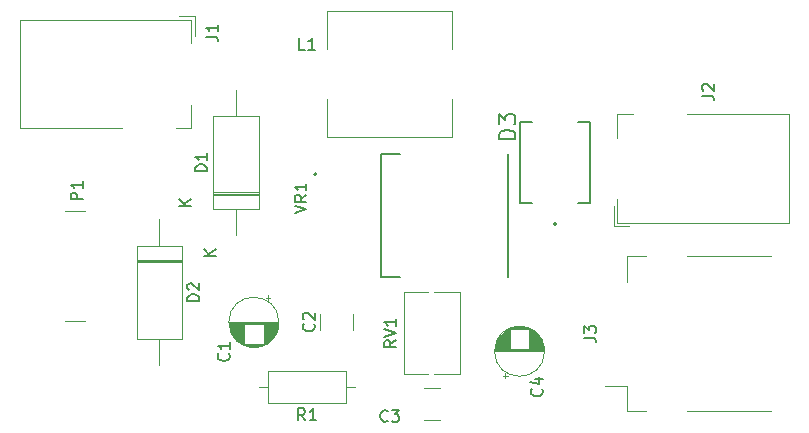
<source format=gbr>
%TF.GenerationSoftware,KiCad,Pcbnew,9.0.6*%
%TF.CreationDate,2026-01-01T16:42:10+02:00*%
%TF.ProjectId,RouterSupplySwitcherSource,526f7574-6572-4537-9570-706c79537769,rev?*%
%TF.SameCoordinates,Original*%
%TF.FileFunction,Legend,Top*%
%TF.FilePolarity,Positive*%
%FSLAX46Y46*%
G04 Gerber Fmt 4.6, Leading zero omitted, Abs format (unit mm)*
G04 Created by KiCad (PCBNEW 9.0.6) date 2026-01-01 16:42:10*
%MOMM*%
%LPD*%
G01*
G04 APERTURE LIST*
%ADD10C,0.150000*%
%ADD11C,0.120000*%
%ADD12C,0.127000*%
%ADD13C,0.200000*%
G04 APERTURE END LIST*
D10*
X120814580Y-101711666D02*
X120862200Y-101759285D01*
X120862200Y-101759285D02*
X120909819Y-101902142D01*
X120909819Y-101902142D02*
X120909819Y-101997380D01*
X120909819Y-101997380D02*
X120862200Y-102140237D01*
X120862200Y-102140237D02*
X120766961Y-102235475D01*
X120766961Y-102235475D02*
X120671723Y-102283094D01*
X120671723Y-102283094D02*
X120481247Y-102330713D01*
X120481247Y-102330713D02*
X120338390Y-102330713D01*
X120338390Y-102330713D02*
X120147914Y-102283094D01*
X120147914Y-102283094D02*
X120052676Y-102235475D01*
X120052676Y-102235475D02*
X119957438Y-102140237D01*
X119957438Y-102140237D02*
X119909819Y-101997380D01*
X119909819Y-101997380D02*
X119909819Y-101902142D01*
X119909819Y-101902142D02*
X119957438Y-101759285D01*
X119957438Y-101759285D02*
X120005057Y-101711666D01*
X120909819Y-100759285D02*
X120909819Y-101330713D01*
X120909819Y-101044999D02*
X119909819Y-101044999D01*
X119909819Y-101044999D02*
X120052676Y-101140237D01*
X120052676Y-101140237D02*
X120147914Y-101235475D01*
X120147914Y-101235475D02*
X120195533Y-101330713D01*
X126409819Y-89854523D02*
X127409819Y-89521190D01*
X127409819Y-89521190D02*
X126409819Y-89187857D01*
X127409819Y-88283095D02*
X126933628Y-88616428D01*
X127409819Y-88854523D02*
X126409819Y-88854523D01*
X126409819Y-88854523D02*
X126409819Y-88473571D01*
X126409819Y-88473571D02*
X126457438Y-88378333D01*
X126457438Y-88378333D02*
X126505057Y-88330714D01*
X126505057Y-88330714D02*
X126600295Y-88283095D01*
X126600295Y-88283095D02*
X126743152Y-88283095D01*
X126743152Y-88283095D02*
X126838390Y-88330714D01*
X126838390Y-88330714D02*
X126886009Y-88378333D01*
X126886009Y-88378333D02*
X126933628Y-88473571D01*
X126933628Y-88473571D02*
X126933628Y-88854523D01*
X127409819Y-87330714D02*
X127409819Y-87902142D01*
X127409819Y-87616428D02*
X126409819Y-87616428D01*
X126409819Y-87616428D02*
X126552676Y-87711666D01*
X126552676Y-87711666D02*
X126647914Y-87806904D01*
X126647914Y-87806904D02*
X126695533Y-87902142D01*
X147314580Y-104711666D02*
X147362200Y-104759285D01*
X147362200Y-104759285D02*
X147409819Y-104902142D01*
X147409819Y-104902142D02*
X147409819Y-104997380D01*
X147409819Y-104997380D02*
X147362200Y-105140237D01*
X147362200Y-105140237D02*
X147266961Y-105235475D01*
X147266961Y-105235475D02*
X147171723Y-105283094D01*
X147171723Y-105283094D02*
X146981247Y-105330713D01*
X146981247Y-105330713D02*
X146838390Y-105330713D01*
X146838390Y-105330713D02*
X146647914Y-105283094D01*
X146647914Y-105283094D02*
X146552676Y-105235475D01*
X146552676Y-105235475D02*
X146457438Y-105140237D01*
X146457438Y-105140237D02*
X146409819Y-104997380D01*
X146409819Y-104997380D02*
X146409819Y-104902142D01*
X146409819Y-104902142D02*
X146457438Y-104759285D01*
X146457438Y-104759285D02*
X146505057Y-104711666D01*
X146743152Y-103854523D02*
X147409819Y-103854523D01*
X146362200Y-104092618D02*
X147076485Y-104330713D01*
X147076485Y-104330713D02*
X147076485Y-103711666D01*
X145094866Y-83578332D02*
X143694866Y-83578332D01*
X143694866Y-83578332D02*
X143694866Y-83244999D01*
X143694866Y-83244999D02*
X143761533Y-83044999D01*
X143761533Y-83044999D02*
X143894866Y-82911666D01*
X143894866Y-82911666D02*
X144028200Y-82844999D01*
X144028200Y-82844999D02*
X144294866Y-82778332D01*
X144294866Y-82778332D02*
X144494866Y-82778332D01*
X144494866Y-82778332D02*
X144761533Y-82844999D01*
X144761533Y-82844999D02*
X144894866Y-82911666D01*
X144894866Y-82911666D02*
X145028200Y-83044999D01*
X145028200Y-83044999D02*
X145094866Y-83244999D01*
X145094866Y-83244999D02*
X145094866Y-83578332D01*
X143694866Y-82311666D02*
X143694866Y-81444999D01*
X143694866Y-81444999D02*
X144228200Y-81911666D01*
X144228200Y-81911666D02*
X144228200Y-81711666D01*
X144228200Y-81711666D02*
X144294866Y-81578332D01*
X144294866Y-81578332D02*
X144361533Y-81511666D01*
X144361533Y-81511666D02*
X144494866Y-81444999D01*
X144494866Y-81444999D02*
X144828200Y-81444999D01*
X144828200Y-81444999D02*
X144961533Y-81511666D01*
X144961533Y-81511666D02*
X145028200Y-81578332D01*
X145028200Y-81578332D02*
X145094866Y-81711666D01*
X145094866Y-81711666D02*
X145094866Y-82111666D01*
X145094866Y-82111666D02*
X145028200Y-82244999D01*
X145028200Y-82244999D02*
X144961533Y-82311666D01*
X127288333Y-75999819D02*
X126812143Y-75999819D01*
X126812143Y-75999819D02*
X126812143Y-74999819D01*
X128145476Y-75999819D02*
X127574048Y-75999819D01*
X127859762Y-75999819D02*
X127859762Y-74999819D01*
X127859762Y-74999819D02*
X127764524Y-75142676D01*
X127764524Y-75142676D02*
X127669286Y-75237914D01*
X127669286Y-75237914D02*
X127574048Y-75285533D01*
X134999819Y-100600238D02*
X134523628Y-100933571D01*
X134999819Y-101171666D02*
X133999819Y-101171666D01*
X133999819Y-101171666D02*
X133999819Y-100790714D01*
X133999819Y-100790714D02*
X134047438Y-100695476D01*
X134047438Y-100695476D02*
X134095057Y-100647857D01*
X134095057Y-100647857D02*
X134190295Y-100600238D01*
X134190295Y-100600238D02*
X134333152Y-100600238D01*
X134333152Y-100600238D02*
X134428390Y-100647857D01*
X134428390Y-100647857D02*
X134476009Y-100695476D01*
X134476009Y-100695476D02*
X134523628Y-100790714D01*
X134523628Y-100790714D02*
X134523628Y-101171666D01*
X133999819Y-100314523D02*
X134999819Y-99981190D01*
X134999819Y-99981190D02*
X133999819Y-99647857D01*
X134999819Y-98790714D02*
X134999819Y-99362142D01*
X134999819Y-99076428D02*
X133999819Y-99076428D01*
X133999819Y-99076428D02*
X134142676Y-99171666D01*
X134142676Y-99171666D02*
X134237914Y-99266904D01*
X134237914Y-99266904D02*
X134285533Y-99362142D01*
X134288333Y-107404580D02*
X134240714Y-107452200D01*
X134240714Y-107452200D02*
X134097857Y-107499819D01*
X134097857Y-107499819D02*
X134002619Y-107499819D01*
X134002619Y-107499819D02*
X133859762Y-107452200D01*
X133859762Y-107452200D02*
X133764524Y-107356961D01*
X133764524Y-107356961D02*
X133716905Y-107261723D01*
X133716905Y-107261723D02*
X133669286Y-107071247D01*
X133669286Y-107071247D02*
X133669286Y-106928390D01*
X133669286Y-106928390D02*
X133716905Y-106737914D01*
X133716905Y-106737914D02*
X133764524Y-106642676D01*
X133764524Y-106642676D02*
X133859762Y-106547438D01*
X133859762Y-106547438D02*
X134002619Y-106499819D01*
X134002619Y-106499819D02*
X134097857Y-106499819D01*
X134097857Y-106499819D02*
X134240714Y-106547438D01*
X134240714Y-106547438D02*
X134288333Y-106595057D01*
X134621667Y-106499819D02*
X135240714Y-106499819D01*
X135240714Y-106499819D02*
X134907381Y-106880771D01*
X134907381Y-106880771D02*
X135050238Y-106880771D01*
X135050238Y-106880771D02*
X135145476Y-106928390D01*
X135145476Y-106928390D02*
X135193095Y-106976009D01*
X135193095Y-106976009D02*
X135240714Y-107071247D01*
X135240714Y-107071247D02*
X135240714Y-107309342D01*
X135240714Y-107309342D02*
X135193095Y-107404580D01*
X135193095Y-107404580D02*
X135145476Y-107452200D01*
X135145476Y-107452200D02*
X135050238Y-107499819D01*
X135050238Y-107499819D02*
X134764524Y-107499819D01*
X134764524Y-107499819D02*
X134669286Y-107452200D01*
X134669286Y-107452200D02*
X134621667Y-107404580D01*
X118909819Y-74878333D02*
X119624104Y-74878333D01*
X119624104Y-74878333D02*
X119766961Y-74925952D01*
X119766961Y-74925952D02*
X119862200Y-75021190D01*
X119862200Y-75021190D02*
X119909819Y-75164047D01*
X119909819Y-75164047D02*
X119909819Y-75259285D01*
X119909819Y-73878333D02*
X119909819Y-74449761D01*
X119909819Y-74164047D02*
X118909819Y-74164047D01*
X118909819Y-74164047D02*
X119052676Y-74259285D01*
X119052676Y-74259285D02*
X119147914Y-74354523D01*
X119147914Y-74354523D02*
X119195533Y-74449761D01*
X128014580Y-99211666D02*
X128062200Y-99259285D01*
X128062200Y-99259285D02*
X128109819Y-99402142D01*
X128109819Y-99402142D02*
X128109819Y-99497380D01*
X128109819Y-99497380D02*
X128062200Y-99640237D01*
X128062200Y-99640237D02*
X127966961Y-99735475D01*
X127966961Y-99735475D02*
X127871723Y-99783094D01*
X127871723Y-99783094D02*
X127681247Y-99830713D01*
X127681247Y-99830713D02*
X127538390Y-99830713D01*
X127538390Y-99830713D02*
X127347914Y-99783094D01*
X127347914Y-99783094D02*
X127252676Y-99735475D01*
X127252676Y-99735475D02*
X127157438Y-99640237D01*
X127157438Y-99640237D02*
X127109819Y-99497380D01*
X127109819Y-99497380D02*
X127109819Y-99402142D01*
X127109819Y-99402142D02*
X127157438Y-99259285D01*
X127157438Y-99259285D02*
X127205057Y-99211666D01*
X127205057Y-98830713D02*
X127157438Y-98783094D01*
X127157438Y-98783094D02*
X127109819Y-98687856D01*
X127109819Y-98687856D02*
X127109819Y-98449761D01*
X127109819Y-98449761D02*
X127157438Y-98354523D01*
X127157438Y-98354523D02*
X127205057Y-98306904D01*
X127205057Y-98306904D02*
X127300295Y-98259285D01*
X127300295Y-98259285D02*
X127395533Y-98259285D01*
X127395533Y-98259285D02*
X127538390Y-98306904D01*
X127538390Y-98306904D02*
X128109819Y-98878332D01*
X128109819Y-98878332D02*
X128109819Y-98259285D01*
X150909819Y-100378333D02*
X151624104Y-100378333D01*
X151624104Y-100378333D02*
X151766961Y-100425952D01*
X151766961Y-100425952D02*
X151862200Y-100521190D01*
X151862200Y-100521190D02*
X151909819Y-100664047D01*
X151909819Y-100664047D02*
X151909819Y-100759285D01*
X150909819Y-99997380D02*
X150909819Y-99378333D01*
X150909819Y-99378333D02*
X151290771Y-99711666D01*
X151290771Y-99711666D02*
X151290771Y-99568809D01*
X151290771Y-99568809D02*
X151338390Y-99473571D01*
X151338390Y-99473571D02*
X151386009Y-99425952D01*
X151386009Y-99425952D02*
X151481247Y-99378333D01*
X151481247Y-99378333D02*
X151719342Y-99378333D01*
X151719342Y-99378333D02*
X151814580Y-99425952D01*
X151814580Y-99425952D02*
X151862200Y-99473571D01*
X151862200Y-99473571D02*
X151909819Y-99568809D01*
X151909819Y-99568809D02*
X151909819Y-99854523D01*
X151909819Y-99854523D02*
X151862200Y-99949761D01*
X151862200Y-99949761D02*
X151814580Y-99997380D01*
X127288333Y-107369819D02*
X126955000Y-106893628D01*
X126716905Y-107369819D02*
X126716905Y-106369819D01*
X126716905Y-106369819D02*
X127097857Y-106369819D01*
X127097857Y-106369819D02*
X127193095Y-106417438D01*
X127193095Y-106417438D02*
X127240714Y-106465057D01*
X127240714Y-106465057D02*
X127288333Y-106560295D01*
X127288333Y-106560295D02*
X127288333Y-106703152D01*
X127288333Y-106703152D02*
X127240714Y-106798390D01*
X127240714Y-106798390D02*
X127193095Y-106846009D01*
X127193095Y-106846009D02*
X127097857Y-106893628D01*
X127097857Y-106893628D02*
X126716905Y-106893628D01*
X128240714Y-107369819D02*
X127669286Y-107369819D01*
X127955000Y-107369819D02*
X127955000Y-106369819D01*
X127955000Y-106369819D02*
X127859762Y-106512676D01*
X127859762Y-106512676D02*
X127764524Y-106607914D01*
X127764524Y-106607914D02*
X127669286Y-106655533D01*
X118329819Y-97283094D02*
X117329819Y-97283094D01*
X117329819Y-97283094D02*
X117329819Y-97044999D01*
X117329819Y-97044999D02*
X117377438Y-96902142D01*
X117377438Y-96902142D02*
X117472676Y-96806904D01*
X117472676Y-96806904D02*
X117567914Y-96759285D01*
X117567914Y-96759285D02*
X117758390Y-96711666D01*
X117758390Y-96711666D02*
X117901247Y-96711666D01*
X117901247Y-96711666D02*
X118091723Y-96759285D01*
X118091723Y-96759285D02*
X118186961Y-96806904D01*
X118186961Y-96806904D02*
X118282200Y-96902142D01*
X118282200Y-96902142D02*
X118329819Y-97044999D01*
X118329819Y-97044999D02*
X118329819Y-97283094D01*
X117425057Y-96330713D02*
X117377438Y-96283094D01*
X117377438Y-96283094D02*
X117329819Y-96187856D01*
X117329819Y-96187856D02*
X117329819Y-95949761D01*
X117329819Y-95949761D02*
X117377438Y-95854523D01*
X117377438Y-95854523D02*
X117425057Y-95806904D01*
X117425057Y-95806904D02*
X117520295Y-95759285D01*
X117520295Y-95759285D02*
X117615533Y-95759285D01*
X117615533Y-95759285D02*
X117758390Y-95806904D01*
X117758390Y-95806904D02*
X118329819Y-96378332D01*
X118329819Y-96378332D02*
X118329819Y-95759285D01*
X117609819Y-89186904D02*
X116609819Y-89186904D01*
X117609819Y-88615476D02*
X117038390Y-89044047D01*
X116609819Y-88615476D02*
X117181247Y-89186904D01*
X108454819Y-88668094D02*
X107454819Y-88668094D01*
X107454819Y-88668094D02*
X107454819Y-88287142D01*
X107454819Y-88287142D02*
X107502438Y-88191904D01*
X107502438Y-88191904D02*
X107550057Y-88144285D01*
X107550057Y-88144285D02*
X107645295Y-88096666D01*
X107645295Y-88096666D02*
X107788152Y-88096666D01*
X107788152Y-88096666D02*
X107883390Y-88144285D01*
X107883390Y-88144285D02*
X107931009Y-88191904D01*
X107931009Y-88191904D02*
X107978628Y-88287142D01*
X107978628Y-88287142D02*
X107978628Y-88668094D01*
X108454819Y-87144285D02*
X108454819Y-87715713D01*
X108454819Y-87429999D02*
X107454819Y-87429999D01*
X107454819Y-87429999D02*
X107597676Y-87525237D01*
X107597676Y-87525237D02*
X107692914Y-87620475D01*
X107692914Y-87620475D02*
X107740533Y-87715713D01*
X118989819Y-86283094D02*
X117989819Y-86283094D01*
X117989819Y-86283094D02*
X117989819Y-86044999D01*
X117989819Y-86044999D02*
X118037438Y-85902142D01*
X118037438Y-85902142D02*
X118132676Y-85806904D01*
X118132676Y-85806904D02*
X118227914Y-85759285D01*
X118227914Y-85759285D02*
X118418390Y-85711666D01*
X118418390Y-85711666D02*
X118561247Y-85711666D01*
X118561247Y-85711666D02*
X118751723Y-85759285D01*
X118751723Y-85759285D02*
X118846961Y-85806904D01*
X118846961Y-85806904D02*
X118942200Y-85902142D01*
X118942200Y-85902142D02*
X118989819Y-86044999D01*
X118989819Y-86044999D02*
X118989819Y-86283094D01*
X118989819Y-84759285D02*
X118989819Y-85330713D01*
X118989819Y-85044999D02*
X117989819Y-85044999D01*
X117989819Y-85044999D02*
X118132676Y-85140237D01*
X118132676Y-85140237D02*
X118227914Y-85235475D01*
X118227914Y-85235475D02*
X118275533Y-85330713D01*
X119709819Y-93426904D02*
X118709819Y-93426904D01*
X119709819Y-92855476D02*
X119138390Y-93284047D01*
X118709819Y-92855476D02*
X119281247Y-93426904D01*
X160909819Y-79878333D02*
X161624104Y-79878333D01*
X161624104Y-79878333D02*
X161766961Y-79925952D01*
X161766961Y-79925952D02*
X161862200Y-80021190D01*
X161862200Y-80021190D02*
X161909819Y-80164047D01*
X161909819Y-80164047D02*
X161909819Y-80259285D01*
X161005057Y-79449761D02*
X160957438Y-79402142D01*
X160957438Y-79402142D02*
X160909819Y-79306904D01*
X160909819Y-79306904D02*
X160909819Y-79068809D01*
X160909819Y-79068809D02*
X160957438Y-78973571D01*
X160957438Y-78973571D02*
X161005057Y-78925952D01*
X161005057Y-78925952D02*
X161100295Y-78878333D01*
X161100295Y-78878333D02*
X161195533Y-78878333D01*
X161195533Y-78878333D02*
X161338390Y-78925952D01*
X161338390Y-78925952D02*
X161909819Y-79497380D01*
X161909819Y-79497380D02*
X161909819Y-78878333D01*
D11*
%TO.C,C1*%
X122115000Y-99272401D02*
X120884000Y-99272401D01*
X122115000Y-99312401D02*
X120889000Y-99312401D01*
X122115000Y-99352401D02*
X120894000Y-99352401D01*
X122115000Y-99392401D02*
X120899000Y-99392401D01*
X122115000Y-99432401D02*
X120906000Y-99432401D01*
X122115000Y-99472401D02*
X120913000Y-99472401D01*
X122115000Y-99512401D02*
X120921000Y-99512401D01*
X122115000Y-99552401D02*
X120930000Y-99552401D01*
X122115000Y-99592401D02*
X120940000Y-99592401D01*
X122115000Y-99632401D02*
X120950000Y-99632401D01*
X122115000Y-99672401D02*
X120962000Y-99672401D01*
X122115000Y-99712401D02*
X120974000Y-99712401D01*
X122115000Y-99752401D02*
X120987000Y-99752401D01*
X122115000Y-99792401D02*
X121001000Y-99792401D01*
X122115000Y-99832401D02*
X121016000Y-99832401D01*
X122115000Y-99872401D02*
X121032000Y-99872401D01*
X122115000Y-99912401D02*
X121049000Y-99912401D01*
X122115000Y-99952401D02*
X121066000Y-99952401D01*
X122115000Y-99992401D02*
X121085000Y-99992401D01*
X122115000Y-100032401D02*
X121105000Y-100032401D01*
X122115000Y-100072401D02*
X121126000Y-100072401D01*
X122115000Y-100112401D02*
X121148000Y-100112401D01*
X122115000Y-100152401D02*
X121171000Y-100152401D01*
X122115000Y-100192401D02*
X121195000Y-100192401D01*
X122115000Y-100232401D02*
X121221000Y-100232401D01*
X122115000Y-100272401D02*
X121247000Y-100272401D01*
X122115000Y-100312401D02*
X121275000Y-100312401D01*
X122115000Y-100352401D02*
X121305000Y-100352401D01*
X122115000Y-100392401D02*
X121336000Y-100392401D01*
X122115000Y-100432401D02*
X121369000Y-100432401D01*
X122115000Y-100472401D02*
X121403000Y-100472401D01*
X122115000Y-100512401D02*
X121439000Y-100512401D01*
X122115000Y-100552401D02*
X121477000Y-100552401D01*
X122115000Y-100592401D02*
X121517000Y-100592401D01*
X122115000Y-100632401D02*
X121559000Y-100632401D01*
X122115000Y-100672401D02*
X121604000Y-100672401D01*
X122115000Y-100712401D02*
X121652000Y-100712401D01*
X122115000Y-100752401D02*
X121702000Y-100752401D01*
X122115000Y-100792401D02*
X121756000Y-100792401D01*
X122115000Y-100832401D02*
X121813000Y-100832401D01*
X122115000Y-100872401D02*
X121875000Y-100872401D01*
X123325000Y-101152401D02*
X122585000Y-101152401D01*
X123492000Y-101112401D02*
X122418000Y-101112401D01*
X123618000Y-101072401D02*
X122292000Y-101072401D01*
X123723000Y-101032401D02*
X122187000Y-101032401D01*
X123814000Y-100992401D02*
X122096000Y-100992401D01*
X123895000Y-100952401D02*
X122015000Y-100952401D01*
X123968000Y-100912401D02*
X121942000Y-100912401D01*
X124035000Y-100872401D02*
X123795000Y-100872401D01*
X124097000Y-100832401D02*
X123795000Y-100832401D01*
X124150000Y-96802600D02*
X124150000Y-97202600D01*
X124154000Y-100792401D02*
X123795000Y-100792401D01*
X124208000Y-100752401D02*
X123795000Y-100752401D01*
X124258000Y-100712401D02*
X123795000Y-100712401D01*
X124306000Y-100672401D02*
X123795000Y-100672401D01*
X124350000Y-97002600D02*
X123950000Y-97002600D01*
X124351000Y-100632401D02*
X123795000Y-100632401D01*
X124393000Y-100592401D02*
X123795000Y-100592401D01*
X124433000Y-100552401D02*
X123795000Y-100552401D01*
X124471000Y-100512401D02*
X123795000Y-100512401D01*
X124507000Y-100472401D02*
X123795000Y-100472401D01*
X124541000Y-100432401D02*
X123795000Y-100432401D01*
X124574000Y-100392401D02*
X123795000Y-100392401D01*
X124605000Y-100352401D02*
X123795000Y-100352401D01*
X124635000Y-100312401D02*
X123795000Y-100312401D01*
X124663000Y-100272401D02*
X123795000Y-100272401D01*
X124689000Y-100232401D02*
X123795000Y-100232401D01*
X124715000Y-100192401D02*
X123795000Y-100192401D01*
X124739000Y-100152401D02*
X123795000Y-100152401D01*
X124762000Y-100112401D02*
X123795000Y-100112401D01*
X124784000Y-100072401D02*
X123795000Y-100072401D01*
X124805000Y-100032401D02*
X123795000Y-100032401D01*
X124825000Y-99992401D02*
X123795000Y-99992401D01*
X124844000Y-99952401D02*
X123795000Y-99952401D01*
X124861000Y-99912401D02*
X123795000Y-99912401D01*
X124878000Y-99872401D02*
X123795000Y-99872401D01*
X124894000Y-99832401D02*
X123795000Y-99832401D01*
X124909000Y-99792401D02*
X123795000Y-99792401D01*
X124923000Y-99752401D02*
X123795000Y-99752401D01*
X124936000Y-99712401D02*
X123795000Y-99712401D01*
X124948000Y-99672401D02*
X123795000Y-99672401D01*
X124960000Y-99632401D02*
X123795000Y-99632401D01*
X124970000Y-99592401D02*
X123795000Y-99592401D01*
X124980000Y-99552401D02*
X123795000Y-99552401D01*
X124989000Y-99512401D02*
X123795000Y-99512401D01*
X124997000Y-99472401D02*
X123795000Y-99472401D01*
X125004000Y-99432401D02*
X123795000Y-99432401D01*
X125011000Y-99392401D02*
X123795000Y-99392401D01*
X125016000Y-99352401D02*
X123795000Y-99352401D01*
X125021000Y-99312401D02*
X123795000Y-99312401D01*
X125026000Y-99272401D02*
X123795000Y-99272401D01*
X125029000Y-99232401D02*
X120881000Y-99232401D01*
X125032000Y-99192401D02*
X120878000Y-99192401D01*
X125033000Y-99152401D02*
X120877000Y-99152401D01*
X125035000Y-99072401D02*
X120875000Y-99072401D01*
X125035000Y-99112401D02*
X120875000Y-99112401D01*
X125075000Y-99072401D02*
G75*
G02*
X120835000Y-99072401I-2120000J0D01*
G01*
X120835000Y-99072401D02*
G75*
G02*
X125075000Y-99072401I2120000J0D01*
G01*
D12*
%TO.C,VR1*%
X133750000Y-84865000D02*
X133750000Y-95225000D01*
X135355000Y-84865000D02*
X133750000Y-84865000D01*
X135355000Y-95225000D02*
X133750000Y-95225000D01*
X144505000Y-84865000D02*
X144505000Y-95225000D01*
D13*
X128255000Y-86545000D02*
G75*
G02*
X128055000Y-86545000I-100000J0D01*
G01*
X128055000Y-86545000D02*
G75*
G02*
X128255000Y-86545000I100000J0D01*
G01*
D11*
%TO.C,C4*%
X143375000Y-101477600D02*
X147535000Y-101477600D01*
X143375000Y-101517600D02*
X147535000Y-101517600D01*
X143377000Y-101437600D02*
X147533000Y-101437600D01*
X143378000Y-101397600D02*
X147532000Y-101397600D01*
X143381000Y-101357600D02*
X147529000Y-101357600D01*
X143384000Y-101317600D02*
X144615000Y-101317600D01*
X143389000Y-101277600D02*
X144615000Y-101277600D01*
X143394000Y-101237600D02*
X144615000Y-101237600D01*
X143399000Y-101197600D02*
X144615000Y-101197600D01*
X143406000Y-101157600D02*
X144615000Y-101157600D01*
X143413000Y-101117600D02*
X144615000Y-101117600D01*
X143421000Y-101077600D02*
X144615000Y-101077600D01*
X143430000Y-101037600D02*
X144615000Y-101037600D01*
X143440000Y-100997600D02*
X144615000Y-100997600D01*
X143450000Y-100957600D02*
X144615000Y-100957600D01*
X143462000Y-100917600D02*
X144615000Y-100917600D01*
X143474000Y-100877600D02*
X144615000Y-100877600D01*
X143487000Y-100837600D02*
X144615000Y-100837600D01*
X143501000Y-100797600D02*
X144615000Y-100797600D01*
X143516000Y-100757600D02*
X144615000Y-100757600D01*
X143532000Y-100717600D02*
X144615000Y-100717600D01*
X143549000Y-100677600D02*
X144615000Y-100677600D01*
X143566000Y-100637600D02*
X144615000Y-100637600D01*
X143585000Y-100597600D02*
X144615000Y-100597600D01*
X143605000Y-100557600D02*
X144615000Y-100557600D01*
X143626000Y-100517600D02*
X144615000Y-100517600D01*
X143648000Y-100477600D02*
X144615000Y-100477600D01*
X143671000Y-100437600D02*
X144615000Y-100437600D01*
X143695000Y-100397600D02*
X144615000Y-100397600D01*
X143721000Y-100357600D02*
X144615000Y-100357600D01*
X143747000Y-100317600D02*
X144615000Y-100317600D01*
X143775000Y-100277600D02*
X144615000Y-100277600D01*
X143805000Y-100237600D02*
X144615000Y-100237600D01*
X143836000Y-100197600D02*
X144615000Y-100197600D01*
X143869000Y-100157600D02*
X144615000Y-100157600D01*
X143903000Y-100117600D02*
X144615000Y-100117600D01*
X143939000Y-100077600D02*
X144615000Y-100077600D01*
X143977000Y-100037600D02*
X144615000Y-100037600D01*
X144017000Y-99997600D02*
X144615000Y-99997600D01*
X144059000Y-99957600D02*
X144615000Y-99957600D01*
X144060000Y-103587401D02*
X144460000Y-103587401D01*
X144104000Y-99917600D02*
X144615000Y-99917600D01*
X144152000Y-99877600D02*
X144615000Y-99877600D01*
X144202000Y-99837600D02*
X144615000Y-99837600D01*
X144256000Y-99797600D02*
X144615000Y-99797600D01*
X144260000Y-103787401D02*
X144260000Y-103387401D01*
X144313000Y-99757600D02*
X144615000Y-99757600D01*
X144375000Y-99717600D02*
X144615000Y-99717600D01*
X144442000Y-99677600D02*
X146468000Y-99677600D01*
X144515000Y-99637600D02*
X146395000Y-99637600D01*
X144596000Y-99597600D02*
X146314000Y-99597600D01*
X144687000Y-99557600D02*
X146223000Y-99557600D01*
X144792000Y-99517600D02*
X146118000Y-99517600D01*
X144918000Y-99477600D02*
X145992000Y-99477600D01*
X145085000Y-99437600D02*
X145825000Y-99437600D01*
X146295000Y-99717600D02*
X146535000Y-99717600D01*
X146295000Y-99757600D02*
X146597000Y-99757600D01*
X146295000Y-99797600D02*
X146654000Y-99797600D01*
X146295000Y-99837600D02*
X146708000Y-99837600D01*
X146295000Y-99877600D02*
X146758000Y-99877600D01*
X146295000Y-99917600D02*
X146806000Y-99917600D01*
X146295000Y-99957600D02*
X146851000Y-99957600D01*
X146295000Y-99997600D02*
X146893000Y-99997600D01*
X146295000Y-100037600D02*
X146933000Y-100037600D01*
X146295000Y-100077600D02*
X146971000Y-100077600D01*
X146295000Y-100117600D02*
X147007000Y-100117600D01*
X146295000Y-100157600D02*
X147041000Y-100157600D01*
X146295000Y-100197600D02*
X147074000Y-100197600D01*
X146295000Y-100237600D02*
X147105000Y-100237600D01*
X146295000Y-100277600D02*
X147135000Y-100277600D01*
X146295000Y-100317600D02*
X147163000Y-100317600D01*
X146295000Y-100357600D02*
X147189000Y-100357600D01*
X146295000Y-100397600D02*
X147215000Y-100397600D01*
X146295000Y-100437600D02*
X147239000Y-100437600D01*
X146295000Y-100477600D02*
X147262000Y-100477600D01*
X146295000Y-100517600D02*
X147284000Y-100517600D01*
X146295000Y-100557600D02*
X147305000Y-100557600D01*
X146295000Y-100597600D02*
X147325000Y-100597600D01*
X146295000Y-100637600D02*
X147344000Y-100637600D01*
X146295000Y-100677600D02*
X147361000Y-100677600D01*
X146295000Y-100717600D02*
X147378000Y-100717600D01*
X146295000Y-100757600D02*
X147394000Y-100757600D01*
X146295000Y-100797600D02*
X147409000Y-100797600D01*
X146295000Y-100837600D02*
X147423000Y-100837600D01*
X146295000Y-100877600D02*
X147436000Y-100877600D01*
X146295000Y-100917600D02*
X147448000Y-100917600D01*
X146295000Y-100957600D02*
X147460000Y-100957600D01*
X146295000Y-100997600D02*
X147470000Y-100997600D01*
X146295000Y-101037600D02*
X147480000Y-101037600D01*
X146295000Y-101077600D02*
X147489000Y-101077600D01*
X146295000Y-101117600D02*
X147497000Y-101117600D01*
X146295000Y-101157600D02*
X147504000Y-101157600D01*
X146295000Y-101197600D02*
X147511000Y-101197600D01*
X146295000Y-101237600D02*
X147516000Y-101237600D01*
X146295000Y-101277600D02*
X147521000Y-101277600D01*
X146295000Y-101317600D02*
X147526000Y-101317600D01*
X147575000Y-101517600D02*
G75*
G02*
X143335000Y-101517600I-2120000J0D01*
G01*
X143335000Y-101517600D02*
G75*
G02*
X147575000Y-101517600I2120000J0D01*
G01*
D12*
%TO.C,D3*%
X145505000Y-82107500D02*
X145505000Y-88982500D01*
X145505000Y-88982500D02*
X146545000Y-88982500D01*
X146545000Y-82107500D02*
X145505000Y-82107500D01*
X150365000Y-88982500D02*
X151405000Y-88982500D01*
X151405000Y-82107500D02*
X150365000Y-82107500D01*
X151405000Y-88982500D02*
X151405000Y-82107500D01*
D13*
X148555000Y-90745000D02*
G75*
G02*
X148355000Y-90745000I-100000J0D01*
G01*
X148355000Y-90745000D02*
G75*
G02*
X148555000Y-90745000I100000J0D01*
G01*
D11*
%TO.C,L1*%
X129155000Y-72745000D02*
X139755000Y-72745000D01*
X129155000Y-75945000D02*
X129155000Y-72745000D01*
X129155000Y-83345000D02*
X129155000Y-80145000D01*
X139755000Y-72745000D02*
X139755000Y-75945000D01*
X139755000Y-80145000D02*
X139755000Y-83345000D01*
X139755000Y-83345000D02*
X129155000Y-83345000D01*
%TO.C,RV1*%
X135685000Y-96540000D02*
X137738000Y-96540000D01*
X135685000Y-103470000D02*
X135685000Y-96540000D01*
X137738000Y-103470000D02*
X135685000Y-103470000D01*
X138172000Y-96540000D02*
X140405000Y-96540000D01*
X140405000Y-96540000D02*
X140405000Y-103470000D01*
X140405000Y-103470000D02*
X138172000Y-103470000D01*
%TO.C,C3*%
X138756252Y-104645000D02*
X137333748Y-104645000D01*
X138756252Y-107365000D02*
X137333748Y-107365000D01*
%TO.C,J1*%
X103155000Y-73445000D02*
X117655000Y-73445000D01*
X103155000Y-82645000D02*
X103155000Y-73445000D01*
X111755000Y-82645000D02*
X103155000Y-82645000D01*
X117655000Y-73445000D02*
X117655000Y-75445000D01*
X117655000Y-80645000D02*
X117655000Y-82645000D01*
X117655000Y-82645000D02*
X116355000Y-82645000D01*
X117955000Y-73145000D02*
X116655000Y-73145000D01*
X117955000Y-74845000D02*
X117955000Y-73145000D01*
%TO.C,C2*%
X128595000Y-99756252D02*
X128595000Y-98333748D01*
X131315000Y-99756252D02*
X131315000Y-98333748D01*
%TO.C,J3*%
X154545000Y-93465000D02*
X156195000Y-93465000D01*
X154545000Y-95635000D02*
X154545000Y-93465000D01*
X154545000Y-104455000D02*
X152705000Y-104455000D01*
X154545000Y-104455000D02*
X154545000Y-106625000D01*
X154545000Y-106625000D02*
X156195000Y-106625000D01*
X159615000Y-93465000D02*
X166705000Y-93465000D01*
X159615000Y-106625000D02*
X166705000Y-106625000D01*
%TO.C,R1*%
X123415000Y-104545000D02*
X124185000Y-104545000D01*
X131495000Y-104545000D02*
X130725000Y-104545000D01*
X130725000Y-105915000D02*
X124185000Y-105915000D01*
X124185000Y-103175000D01*
X130725000Y-103175000D01*
X130725000Y-105915000D01*
%TO.C,D2*%
X114955000Y-90365000D02*
X114955000Y-92625000D01*
X114955000Y-102725000D02*
X114955000Y-100465000D01*
X116875000Y-93765000D02*
X113035000Y-93765000D01*
X116875000Y-93885000D02*
X113035000Y-93885000D01*
X116875000Y-94005000D02*
X113035000Y-94005000D01*
X116875000Y-92625000D02*
X113035000Y-92625000D01*
X113035000Y-100465000D01*
X116875000Y-100465000D01*
X116875000Y-92625000D01*
%TO.C,P1*%
X106995000Y-89650000D02*
X108695000Y-89650000D01*
X106995000Y-98990000D02*
X108695000Y-98990000D01*
%TO.C,D1*%
X119535000Y-88085000D02*
X123375000Y-88085000D01*
X119535000Y-88205000D02*
X123375000Y-88205000D01*
X119535000Y-88325000D02*
X123375000Y-88325000D01*
X121455000Y-79365000D02*
X121455000Y-81625000D01*
X121455000Y-91725000D02*
X121455000Y-89465000D01*
X119535000Y-89465000D02*
X123375000Y-89465000D01*
X123375000Y-81625000D01*
X119535000Y-81625000D01*
X119535000Y-89465000D01*
%TO.C,J2*%
X153445000Y-89245000D02*
X153445000Y-90945000D01*
X153445000Y-90945000D02*
X154745000Y-90945000D01*
X153745000Y-81445000D02*
X155045000Y-81445000D01*
X153745000Y-83445000D02*
X153745000Y-81445000D01*
X153745000Y-90645000D02*
X153745000Y-88645000D01*
X159645000Y-81445000D02*
X168245000Y-81445000D01*
X168245000Y-81445000D02*
X168245000Y-90645000D01*
X168245000Y-90645000D02*
X153745000Y-90645000D01*
%TD*%
M02*

</source>
